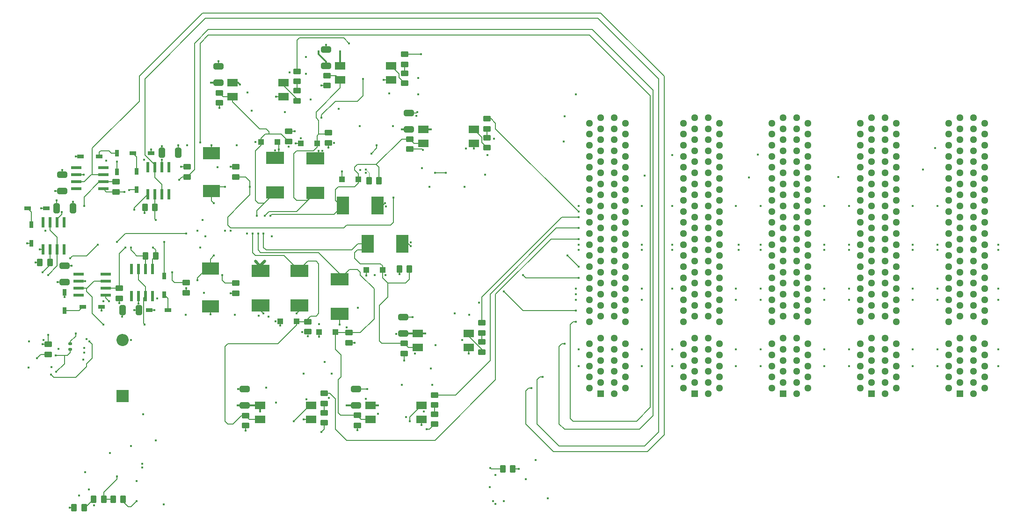
<source format=gbl>
%TF.GenerationSoftware,KiCad,Pcbnew,8.0.1*%
%TF.CreationDate,2024-04-16T18:19:40-05:00*%
%TF.ProjectId,Backplane,4261636b-706c-4616-9e65-2e6b69636164,rev?*%
%TF.SameCoordinates,Original*%
%TF.FileFunction,Copper,L4,Bot*%
%TF.FilePolarity,Positive*%
%FSLAX46Y46*%
G04 Gerber Fmt 4.6, Leading zero omitted, Abs format (unit mm)*
G04 Created by KiCad (PCBNEW 8.0.1) date 2024-04-16 18:19:40*
%MOMM*%
%LPD*%
G01*
G04 APERTURE LIST*
G04 Aperture macros list*
%AMRoundRect*
0 Rectangle with rounded corners*
0 $1 Rounding radius*
0 $2 $3 $4 $5 $6 $7 $8 $9 X,Y pos of 4 corners*
0 Add a 4 corners polygon primitive as box body*
4,1,4,$2,$3,$4,$5,$6,$7,$8,$9,$2,$3,0*
0 Add four circle primitives for the rounded corners*
1,1,$1+$1,$2,$3*
1,1,$1+$1,$4,$5*
1,1,$1+$1,$6,$7*
1,1,$1+$1,$8,$9*
0 Add four rect primitives between the rounded corners*
20,1,$1+$1,$2,$3,$4,$5,0*
20,1,$1+$1,$4,$5,$6,$7,0*
20,1,$1+$1,$6,$7,$8,$9,0*
20,1,$1+$1,$8,$9,$2,$3,0*%
G04 Aperture macros list end*
%TA.AperFunction,ComponentPad*%
%ADD10R,1.288000X1.288000*%
%TD*%
%TA.AperFunction,ComponentPad*%
%ADD11C,1.288000*%
%TD*%
%TA.AperFunction,ComponentPad*%
%ADD12R,2.200000X2.200000*%
%TD*%
%TA.AperFunction,ComponentPad*%
%ADD13O,2.200000X2.200000*%
%TD*%
%TA.AperFunction,SMDPad,CuDef*%
%ADD14R,1.955800X1.346200*%
%TD*%
%TA.AperFunction,SMDPad,CuDef*%
%ADD15RoundRect,0.250000X0.450000X-0.262500X0.450000X0.262500X-0.450000X0.262500X-0.450000X-0.262500X0*%
%TD*%
%TA.AperFunction,SMDPad,CuDef*%
%ADD16RoundRect,0.250000X-0.262500X-0.450000X0.262500X-0.450000X0.262500X0.450000X-0.262500X0.450000X0*%
%TD*%
%TA.AperFunction,SMDPad,CuDef*%
%ADD17R,3.120000X2.290000*%
%TD*%
%TA.AperFunction,SMDPad,CuDef*%
%ADD18RoundRect,0.250000X0.650000X-0.325000X0.650000X0.325000X-0.650000X0.325000X-0.650000X-0.325000X0*%
%TD*%
%TA.AperFunction,SMDPad,CuDef*%
%ADD19R,0.730000X1.210000*%
%TD*%
%TA.AperFunction,SMDPad,CuDef*%
%ADD20R,0.558800X1.981200*%
%TD*%
%TA.AperFunction,SMDPad,CuDef*%
%ADD21RoundRect,0.250000X-0.450000X0.262500X-0.450000X-0.262500X0.450000X-0.262500X0.450000X0.262500X0*%
%TD*%
%TA.AperFunction,SMDPad,CuDef*%
%ADD22RoundRect,0.250000X-0.325000X-0.650000X0.325000X-0.650000X0.325000X0.650000X-0.325000X0.650000X0*%
%TD*%
%TA.AperFunction,SMDPad,CuDef*%
%ADD23R,2.184400X3.200400*%
%TD*%
%TA.AperFunction,SMDPad,CuDef*%
%ADD24R,1.210000X0.730000*%
%TD*%
%TA.AperFunction,SMDPad,CuDef*%
%ADD25R,1.981200X0.558800*%
%TD*%
%TA.AperFunction,SMDPad,CuDef*%
%ADD26R,3.200400X2.184400*%
%TD*%
%TA.AperFunction,SMDPad,CuDef*%
%ADD27RoundRect,0.250000X-0.650000X0.325000X-0.650000X-0.325000X0.650000X-0.325000X0.650000X0.325000X0*%
%TD*%
%TA.AperFunction,SMDPad,CuDef*%
%ADD28R,1.092200X0.990600*%
%TD*%
%TA.AperFunction,SMDPad,CuDef*%
%ADD29RoundRect,0.250000X0.262500X0.450000X-0.262500X0.450000X-0.262500X-0.450000X0.262500X-0.450000X0*%
%TD*%
%TA.AperFunction,SMDPad,CuDef*%
%ADD30RoundRect,0.250000X0.325000X0.650000X-0.325000X0.650000X-0.325000X-0.650000X0.325000X-0.650000X0*%
%TD*%
%TA.AperFunction,SMDPad,CuDef*%
%ADD31RoundRect,0.135000X0.185000X-0.135000X0.185000X0.135000X-0.185000X0.135000X-0.185000X-0.135000X0*%
%TD*%
%TA.AperFunction,ViaPad*%
%ADD32C,0.450000*%
%TD*%
%TA.AperFunction,Conductor*%
%ADD33C,0.200000*%
%TD*%
%TA.AperFunction,Conductor*%
%ADD34C,0.150000*%
%TD*%
%TA.AperFunction,Conductor*%
%ADD35C,0.100000*%
%TD*%
%TA.AperFunction,Conductor*%
%ADD36C,0.300000*%
%TD*%
%TA.AperFunction,Conductor*%
%ADD37C,0.500000*%
%TD*%
G04 APERTURE END LIST*
D10*
X323500000Y-115000000D03*
D11*
X321500000Y-114000000D03*
X323500000Y-113000000D03*
X321500000Y-112000000D03*
X323500000Y-111000000D03*
X321500000Y-110000000D03*
X323500000Y-109000000D03*
X321500000Y-108000000D03*
X323500000Y-107000000D03*
X321500000Y-106000000D03*
X323500000Y-105000000D03*
X321500000Y-102000000D03*
X323500000Y-101000000D03*
X321500000Y-100000000D03*
X323500000Y-99000000D03*
X321500000Y-98000000D03*
X323500000Y-97000000D03*
X321500000Y-96000000D03*
X323500000Y-95000000D03*
X321500000Y-94000000D03*
X323500000Y-93000000D03*
X321500000Y-92000000D03*
X323500000Y-91000000D03*
X321500000Y-90000000D03*
X323500000Y-89000000D03*
X321500000Y-88000000D03*
X323500000Y-87000000D03*
X321500000Y-86000000D03*
X323500000Y-85000000D03*
X321500000Y-84000000D03*
X323500000Y-83000000D03*
X321500000Y-82000000D03*
X323500000Y-81000000D03*
X321500000Y-80000000D03*
X323500000Y-79000000D03*
X321500000Y-78000000D03*
X323500000Y-77000000D03*
X321500000Y-76000000D03*
X323500000Y-75000000D03*
X321500000Y-74000000D03*
X323500000Y-73000000D03*
X321500000Y-72000000D03*
X323500000Y-71000000D03*
X321500000Y-70000000D03*
X323500000Y-69000000D03*
X321500000Y-68000000D03*
X323500000Y-67000000D03*
X321500000Y-66000000D03*
X323500000Y-65000000D03*
X326000000Y-115000000D03*
X328000000Y-114000000D03*
X326000000Y-113000000D03*
X328000000Y-112000000D03*
X326000000Y-111000000D03*
X328000000Y-110000000D03*
X326000000Y-109000000D03*
X328000000Y-108000000D03*
X326000000Y-107000000D03*
X328000000Y-106000000D03*
X326000000Y-105000000D03*
X328000000Y-102000000D03*
X326000000Y-101000000D03*
X328000000Y-100000000D03*
X326000000Y-99000000D03*
X328000000Y-98000000D03*
X326000000Y-97000000D03*
X328000000Y-96000000D03*
X326000000Y-95000000D03*
X328000000Y-94000000D03*
X326000000Y-93000000D03*
X328000000Y-92000000D03*
X326000000Y-91000000D03*
X328000000Y-90000000D03*
X326000000Y-89000000D03*
X328000000Y-88000000D03*
X326000000Y-87000000D03*
X328000000Y-86000000D03*
X326000000Y-85000000D03*
X328000000Y-84000000D03*
X326000000Y-83000000D03*
X328000000Y-82000000D03*
X326000000Y-81000000D03*
X328000000Y-80000000D03*
X326000000Y-79000000D03*
X328000000Y-78000000D03*
X326000000Y-77000000D03*
X328000000Y-76000000D03*
X326000000Y-75000000D03*
X328000000Y-74000000D03*
X326000000Y-73000000D03*
X328000000Y-72000000D03*
X326000000Y-71000000D03*
X328000000Y-70000000D03*
X326000000Y-69000000D03*
X328000000Y-68000000D03*
X326000000Y-67000000D03*
X328000000Y-66000000D03*
X326000000Y-65000000D03*
D10*
X258500000Y-115000000D03*
D11*
X256500000Y-114000000D03*
X258500000Y-113000000D03*
X256500000Y-112000000D03*
X258500000Y-111000000D03*
X256500000Y-110000000D03*
X258500000Y-109000000D03*
X256500000Y-108000000D03*
X258500000Y-107000000D03*
X256500000Y-106000000D03*
X258500000Y-105000000D03*
X256500000Y-102000000D03*
X258500000Y-101000000D03*
X256500000Y-100000000D03*
X258500000Y-99000000D03*
X256500000Y-98000000D03*
X258500000Y-97000000D03*
X256500000Y-96000000D03*
X258500000Y-95000000D03*
X256500000Y-94000000D03*
X258500000Y-93000000D03*
X256500000Y-92000000D03*
X258500000Y-91000000D03*
X256500000Y-90000000D03*
X258500000Y-89000000D03*
X256500000Y-88000000D03*
X258500000Y-87000000D03*
X256500000Y-86000000D03*
X258500000Y-85000000D03*
X256500000Y-84000000D03*
X258500000Y-83000000D03*
X256500000Y-82000000D03*
X258500000Y-81000000D03*
X256500000Y-80000000D03*
X258500000Y-79000000D03*
X256500000Y-78000000D03*
X258500000Y-77000000D03*
X256500000Y-76000000D03*
X258500000Y-75000000D03*
X256500000Y-74000000D03*
X258500000Y-73000000D03*
X256500000Y-72000000D03*
X258500000Y-71000000D03*
X256500000Y-70000000D03*
X258500000Y-69000000D03*
X256500000Y-68000000D03*
X258500000Y-67000000D03*
X256500000Y-66000000D03*
X258500000Y-65000000D03*
X261000000Y-115000000D03*
X263000000Y-114000000D03*
X261000000Y-113000000D03*
X263000000Y-112000000D03*
X261000000Y-111000000D03*
X263000000Y-110000000D03*
X261000000Y-109000000D03*
X263000000Y-108000000D03*
X261000000Y-107000000D03*
X263000000Y-106000000D03*
X261000000Y-105000000D03*
X263000000Y-102000000D03*
X261000000Y-101000000D03*
X263000000Y-100000000D03*
X261000000Y-99000000D03*
X263000000Y-98000000D03*
X261000000Y-97000000D03*
X263000000Y-96000000D03*
X261000000Y-95000000D03*
X263000000Y-94000000D03*
X261000000Y-93000000D03*
X263000000Y-92000000D03*
X261000000Y-91000000D03*
X263000000Y-90000000D03*
X261000000Y-89000000D03*
X263000000Y-88000000D03*
X261000000Y-87000000D03*
X263000000Y-86000000D03*
X261000000Y-85000000D03*
X263000000Y-84000000D03*
X261000000Y-83000000D03*
X263000000Y-82000000D03*
X261000000Y-81000000D03*
X263000000Y-80000000D03*
X261000000Y-79000000D03*
X263000000Y-78000000D03*
X261000000Y-77000000D03*
X263000000Y-76000000D03*
X261000000Y-75000000D03*
X263000000Y-74000000D03*
X261000000Y-73000000D03*
X263000000Y-72000000D03*
X261000000Y-71000000D03*
X263000000Y-70000000D03*
X261000000Y-69000000D03*
X263000000Y-68000000D03*
X261000000Y-67000000D03*
X263000000Y-66000000D03*
X261000000Y-65000000D03*
D10*
X275500000Y-115000000D03*
D11*
X273500000Y-114000000D03*
X275500000Y-113000000D03*
X273500000Y-112000000D03*
X275500000Y-111000000D03*
X273500000Y-110000000D03*
X275500000Y-109000000D03*
X273500000Y-108000000D03*
X275500000Y-107000000D03*
X273500000Y-106000000D03*
X275500000Y-105000000D03*
X273500000Y-102000000D03*
X275500000Y-101000000D03*
X273500000Y-100000000D03*
X275500000Y-99000000D03*
X273500000Y-98000000D03*
X275500000Y-97000000D03*
X273500000Y-96000000D03*
X275500000Y-95000000D03*
X273500000Y-94000000D03*
X275500000Y-93000000D03*
X273500000Y-92000000D03*
X275500000Y-91000000D03*
X273500000Y-90000000D03*
X275500000Y-89000000D03*
X273500000Y-88000000D03*
X275500000Y-87000000D03*
X273500000Y-86000000D03*
X275500000Y-85000000D03*
X273500000Y-84000000D03*
X275500000Y-83000000D03*
X273500000Y-82000000D03*
X275500000Y-81000000D03*
X273500000Y-80000000D03*
X275500000Y-79000000D03*
X273500000Y-78000000D03*
X275500000Y-77000000D03*
X273500000Y-76000000D03*
X275500000Y-75000000D03*
X273500000Y-74000000D03*
X275500000Y-73000000D03*
X273500000Y-72000000D03*
X275500000Y-71000000D03*
X273500000Y-70000000D03*
X275500000Y-69000000D03*
X273500000Y-68000000D03*
X275500000Y-67000000D03*
X273500000Y-66000000D03*
X275500000Y-65000000D03*
X278000000Y-115000000D03*
X280000000Y-114000000D03*
X278000000Y-113000000D03*
X280000000Y-112000000D03*
X278000000Y-111000000D03*
X280000000Y-110000000D03*
X278000000Y-109000000D03*
X280000000Y-108000000D03*
X278000000Y-107000000D03*
X280000000Y-106000000D03*
X278000000Y-105000000D03*
X280000000Y-102000000D03*
X278000000Y-101000000D03*
X280000000Y-100000000D03*
X278000000Y-99000000D03*
X280000000Y-98000000D03*
X278000000Y-97000000D03*
X280000000Y-96000000D03*
X278000000Y-95000000D03*
X280000000Y-94000000D03*
X278000000Y-93000000D03*
X280000000Y-92000000D03*
X278000000Y-91000000D03*
X280000000Y-90000000D03*
X278000000Y-89000000D03*
X280000000Y-88000000D03*
X278000000Y-87000000D03*
X280000000Y-86000000D03*
X278000000Y-85000000D03*
X280000000Y-84000000D03*
X278000000Y-83000000D03*
X280000000Y-82000000D03*
X278000000Y-81000000D03*
X280000000Y-80000000D03*
X278000000Y-79000000D03*
X280000000Y-78000000D03*
X278000000Y-77000000D03*
X280000000Y-76000000D03*
X278000000Y-75000000D03*
X280000000Y-74000000D03*
X278000000Y-73000000D03*
X280000000Y-72000000D03*
X278000000Y-71000000D03*
X280000000Y-70000000D03*
X278000000Y-69000000D03*
X280000000Y-68000000D03*
X278000000Y-67000000D03*
X280000000Y-66000000D03*
X278000000Y-65000000D03*
D10*
X307500000Y-115000000D03*
D11*
X305500000Y-114000000D03*
X307500000Y-113000000D03*
X305500000Y-112000000D03*
X307500000Y-111000000D03*
X305500000Y-110000000D03*
X307500000Y-109000000D03*
X305500000Y-108000000D03*
X307500000Y-107000000D03*
X305500000Y-106000000D03*
X307500000Y-105000000D03*
X305500000Y-102000000D03*
X307500000Y-101000000D03*
X305500000Y-100000000D03*
X307500000Y-99000000D03*
X305500000Y-98000000D03*
X307500000Y-97000000D03*
X305500000Y-96000000D03*
X307500000Y-95000000D03*
X305500000Y-94000000D03*
X307500000Y-93000000D03*
X305500000Y-92000000D03*
X307500000Y-91000000D03*
X305500000Y-90000000D03*
X307500000Y-89000000D03*
X305500000Y-88000000D03*
X307500000Y-87000000D03*
X305500000Y-86000000D03*
X307500000Y-85000000D03*
X305500000Y-84000000D03*
X307500000Y-83000000D03*
X305500000Y-82000000D03*
X307500000Y-81000000D03*
X305500000Y-80000000D03*
X307500000Y-79000000D03*
X305500000Y-78000000D03*
X307500000Y-77000000D03*
X305500000Y-76000000D03*
X307500000Y-75000000D03*
X305500000Y-74000000D03*
X307500000Y-73000000D03*
X305500000Y-72000000D03*
X307500000Y-71000000D03*
X305500000Y-70000000D03*
X307500000Y-69000000D03*
X305500000Y-68000000D03*
X307500000Y-67000000D03*
X305500000Y-66000000D03*
X307500000Y-65000000D03*
X310000000Y-115000000D03*
X312000000Y-114000000D03*
X310000000Y-113000000D03*
X312000000Y-112000000D03*
X310000000Y-111000000D03*
X312000000Y-110000000D03*
X310000000Y-109000000D03*
X312000000Y-108000000D03*
X310000000Y-107000000D03*
X312000000Y-106000000D03*
X310000000Y-105000000D03*
X312000000Y-102000000D03*
X310000000Y-101000000D03*
X312000000Y-100000000D03*
X310000000Y-99000000D03*
X312000000Y-98000000D03*
X310000000Y-97000000D03*
X312000000Y-96000000D03*
X310000000Y-95000000D03*
X312000000Y-94000000D03*
X310000000Y-93000000D03*
X312000000Y-92000000D03*
X310000000Y-91000000D03*
X312000000Y-90000000D03*
X310000000Y-89000000D03*
X312000000Y-88000000D03*
X310000000Y-87000000D03*
X312000000Y-86000000D03*
X310000000Y-85000000D03*
X312000000Y-84000000D03*
X310000000Y-83000000D03*
X312000000Y-82000000D03*
X310000000Y-81000000D03*
X312000000Y-80000000D03*
X310000000Y-79000000D03*
X312000000Y-78000000D03*
X310000000Y-77000000D03*
X312000000Y-76000000D03*
X310000000Y-75000000D03*
X312000000Y-74000000D03*
X310000000Y-73000000D03*
X312000000Y-72000000D03*
X310000000Y-71000000D03*
X312000000Y-70000000D03*
X310000000Y-69000000D03*
X312000000Y-68000000D03*
X310000000Y-67000000D03*
X312000000Y-66000000D03*
X310000000Y-65000000D03*
D10*
X291500000Y-115000000D03*
D11*
X289500000Y-114000000D03*
X291500000Y-113000000D03*
X289500000Y-112000000D03*
X291500000Y-111000000D03*
X289500000Y-110000000D03*
X291500000Y-109000000D03*
X289500000Y-108000000D03*
X291500000Y-107000000D03*
X289500000Y-106000000D03*
X291500000Y-105000000D03*
X289500000Y-102000000D03*
X291500000Y-101000000D03*
X289500000Y-100000000D03*
X291500000Y-99000000D03*
X289500000Y-98000000D03*
X291500000Y-97000000D03*
X289500000Y-96000000D03*
X291500000Y-95000000D03*
X289500000Y-94000000D03*
X291500000Y-93000000D03*
X289500000Y-92000000D03*
X291500000Y-91000000D03*
X289500000Y-90000000D03*
X291500000Y-89000000D03*
X289500000Y-88000000D03*
X291500000Y-87000000D03*
X289500000Y-86000000D03*
X291500000Y-85000000D03*
X289500000Y-84000000D03*
X291500000Y-83000000D03*
X289500000Y-82000000D03*
X291500000Y-81000000D03*
X289500000Y-80000000D03*
X291500000Y-79000000D03*
X289500000Y-78000000D03*
X291500000Y-77000000D03*
X289500000Y-76000000D03*
X291500000Y-75000000D03*
X289500000Y-74000000D03*
X291500000Y-73000000D03*
X289500000Y-72000000D03*
X291500000Y-71000000D03*
X289500000Y-70000000D03*
X291500000Y-69000000D03*
X289500000Y-68000000D03*
X291500000Y-67000000D03*
X289500000Y-66000000D03*
X291500000Y-65000000D03*
X294000000Y-115000000D03*
X296000000Y-114000000D03*
X294000000Y-113000000D03*
X296000000Y-112000000D03*
X294000000Y-111000000D03*
X296000000Y-110000000D03*
X294000000Y-109000000D03*
X296000000Y-108000000D03*
X294000000Y-107000000D03*
X296000000Y-106000000D03*
X294000000Y-105000000D03*
X296000000Y-102000000D03*
X294000000Y-101000000D03*
X296000000Y-100000000D03*
X294000000Y-99000000D03*
X296000000Y-98000000D03*
X294000000Y-97000000D03*
X296000000Y-96000000D03*
X294000000Y-95000000D03*
X296000000Y-94000000D03*
X294000000Y-93000000D03*
X296000000Y-92000000D03*
X294000000Y-91000000D03*
X296000000Y-90000000D03*
X294000000Y-89000000D03*
X296000000Y-88000000D03*
X294000000Y-87000000D03*
X296000000Y-86000000D03*
X294000000Y-85000000D03*
X296000000Y-84000000D03*
X294000000Y-83000000D03*
X296000000Y-82000000D03*
X294000000Y-81000000D03*
X296000000Y-80000000D03*
X294000000Y-79000000D03*
X296000000Y-78000000D03*
X294000000Y-77000000D03*
X296000000Y-76000000D03*
X294000000Y-75000000D03*
X296000000Y-74000000D03*
X294000000Y-73000000D03*
X296000000Y-72000000D03*
X294000000Y-71000000D03*
X296000000Y-70000000D03*
X294000000Y-69000000D03*
X296000000Y-68000000D03*
X294000000Y-67000000D03*
X296000000Y-66000000D03*
X294000000Y-65000000D03*
D12*
X172000000Y-115500000D03*
D13*
X172000000Y-105340000D03*
D14*
X201110101Y-58629999D03*
X201110101Y-61169999D03*
X191889901Y-61169999D03*
X191889901Y-58629999D03*
D15*
X237963098Y-70454999D03*
X237963098Y-68629999D03*
D16*
X216587501Y-76399999D03*
X218412501Y-76399999D03*
D17*
X187860404Y-99244397D03*
X187860404Y-92384397D03*
D18*
X222824034Y-104141695D03*
X222824034Y-101191695D03*
D16*
X157022528Y-91244660D03*
X158847528Y-91244660D03*
D15*
X237009453Y-107462544D03*
X237009453Y-105637544D03*
D19*
X174500001Y-74719999D03*
X174500001Y-78079999D03*
D20*
X161405001Y-88863799D03*
X160135001Y-88863799D03*
X158865001Y-88863799D03*
X157595001Y-88863799D03*
X157595001Y-83936199D03*
X158865001Y-83936199D03*
X160135001Y-83936199D03*
X161405001Y-83936199D03*
D19*
X170992247Y-74827096D03*
X170992247Y-71467096D03*
D15*
X223000001Y-55312499D03*
X223000001Y-53487499D03*
X222975069Y-107718259D03*
X222975069Y-105893259D03*
D14*
X235610101Y-67129999D03*
X235610101Y-69669999D03*
X226389901Y-69669999D03*
X226389901Y-67129999D03*
D15*
X205500001Y-103812499D03*
X205500001Y-101987499D03*
D16*
X222087501Y-92399999D03*
X223912501Y-92399999D03*
D21*
X202000001Y-67487499D03*
X202000001Y-69312499D03*
D15*
X209270325Y-69558957D03*
X209270325Y-67733957D03*
D19*
X155500001Y-84399999D03*
X155500001Y-87759999D03*
D22*
X179135286Y-71345528D03*
X182085286Y-71345528D03*
D15*
X158500000Y-107902500D03*
X158500000Y-106077500D03*
D20*
X173595001Y-92436199D03*
X174865001Y-92436199D03*
X176135001Y-92436199D03*
X177405001Y-92436199D03*
X177405001Y-97363799D03*
X176135001Y-97363799D03*
X174865001Y-97363799D03*
X173595001Y-97363799D03*
D21*
X183680001Y-73899999D03*
X183680001Y-75724999D03*
D15*
X170837129Y-78454475D03*
X170837129Y-76629475D03*
D23*
X216375801Y-87899999D03*
X222624201Y-87899999D03*
D15*
X213000001Y-105812499D03*
X213000001Y-103987499D03*
D24*
X177180001Y-71399999D03*
X173820001Y-71399999D03*
X167716201Y-71994999D03*
X164356201Y-71994999D03*
D25*
X168963801Y-93399999D03*
X168963801Y-94669999D03*
X168963801Y-95939999D03*
X168963801Y-97209999D03*
X164036201Y-97209999D03*
X164036201Y-95939999D03*
X164036201Y-94669999D03*
X164036201Y-93399999D03*
D18*
X161500001Y-94779999D03*
X161500001Y-91829999D03*
D15*
X228481375Y-120573255D03*
X228481375Y-118748255D03*
D26*
X199558728Y-78566143D03*
X199558728Y-72317743D03*
D16*
X170249488Y-134152359D03*
X172074488Y-134152359D03*
D18*
X208805649Y-55622331D03*
X208805649Y-52672331D03*
D15*
X237018451Y-103992157D03*
X237018451Y-102167157D03*
D25*
X168500001Y-74089999D03*
X168500001Y-75359999D03*
X168500001Y-76629999D03*
X168500001Y-77899999D03*
X163572401Y-77899999D03*
X163572401Y-76629999D03*
X163572401Y-75359999D03*
X163572401Y-74089999D03*
D26*
X206853470Y-78615556D03*
X206853470Y-72367156D03*
D27*
X161021549Y-75367903D03*
X161021549Y-78317903D03*
D19*
X161500001Y-96624999D03*
X161500001Y-99984999D03*
D28*
X219030366Y-92571494D03*
X216083966Y-92571494D03*
D29*
X177987760Y-90063992D03*
X176162760Y-90063992D03*
D28*
X214634566Y-76169550D03*
X211688166Y-76169550D03*
D15*
X228481375Y-117094088D03*
X228481375Y-115269088D03*
X203557327Y-58425495D03*
X203557327Y-56600495D03*
D26*
X197000001Y-92775799D03*
X197000001Y-99024199D03*
D17*
X188099616Y-71464622D03*
X188099616Y-78324622D03*
D23*
X211875801Y-80899999D03*
X218124201Y-80899999D03*
D24*
X176798022Y-99845527D03*
X180158022Y-99845527D03*
D14*
X226110101Y-117129999D03*
X226110101Y-119669999D03*
X216889901Y-119669999D03*
X216889901Y-117129999D03*
D15*
X208500001Y-120312499D03*
X208500001Y-118487499D03*
D18*
X194042016Y-117148523D03*
X194042016Y-114198523D03*
D30*
X174975001Y-99899999D03*
X172025001Y-99899999D03*
D31*
X162500000Y-107000000D03*
X162500000Y-105980000D03*
D20*
X180405001Y-78863799D03*
X179135001Y-78863799D03*
X177865001Y-78863799D03*
X176595001Y-78863799D03*
X176595001Y-73936199D03*
X177865001Y-73936199D03*
X179135001Y-73936199D03*
X180405001Y-73936199D03*
D15*
X208500001Y-116812499D03*
X208500001Y-114987499D03*
D16*
X163195032Y-135696515D03*
X165020032Y-135696515D03*
D15*
X223013660Y-58759518D03*
X223013660Y-56934518D03*
X237967326Y-67007126D03*
X237967326Y-65182126D03*
D18*
X223768679Y-67132901D03*
X223768679Y-64182901D03*
D15*
X203557327Y-61916182D03*
X203557327Y-60091182D03*
D24*
X158180001Y-81399999D03*
X154820001Y-81399999D03*
D29*
X242603372Y-128694182D03*
X240778372Y-128694182D03*
D15*
X194284402Y-120812499D03*
X194284402Y-118987499D03*
D28*
X210473201Y-103899999D03*
X207526801Y-103899999D03*
D14*
X234610101Y-104129999D03*
X234610101Y-106669999D03*
X225389901Y-106669999D03*
X225389901Y-104129999D03*
D22*
X160025001Y-81399999D03*
X162975001Y-81399999D03*
D15*
X171367739Y-97764136D03*
X171367739Y-95939136D03*
D26*
X211254190Y-94269128D03*
X211254190Y-100517528D03*
D15*
X208981514Y-59167079D03*
X208981514Y-57342079D03*
D28*
X203473201Y-101899999D03*
X200526801Y-101899999D03*
D15*
X214474753Y-120794170D03*
X214474753Y-118969170D03*
D26*
X204000001Y-92775799D03*
X204000001Y-99024199D03*
D18*
X189304085Y-58608534D03*
X189304085Y-55658534D03*
D28*
X207206982Y-69662111D03*
X204260582Y-69662111D03*
D15*
X183500001Y-96724999D03*
X183500001Y-94899999D03*
X192500001Y-96812499D03*
X192500001Y-94987499D03*
D16*
X166774916Y-134130563D03*
X168599916Y-134130563D03*
D19*
X179500001Y-97079999D03*
X179500001Y-93719999D03*
D14*
X220610101Y-55629999D03*
X220610101Y-58169999D03*
X211389901Y-58169999D03*
X211389901Y-55629999D03*
D21*
X192500001Y-73899999D03*
X192500001Y-75724999D03*
D15*
X223949686Y-70703074D03*
X223949686Y-68878074D03*
D24*
X164820001Y-99304999D03*
X168180001Y-99304999D03*
D15*
X189500001Y-62312499D03*
X189500001Y-60487499D03*
D14*
X206110101Y-117129999D03*
X206110101Y-119669999D03*
X196889901Y-119669999D03*
X196889901Y-117129999D03*
D18*
X214221304Y-117177145D03*
X214221304Y-114227145D03*
D16*
X176040356Y-81263277D03*
X177865356Y-81263277D03*
D28*
X197026801Y-69399999D03*
X199973201Y-69399999D03*
D32*
X179452466Y-135120873D03*
X216083966Y-93583966D03*
X243694182Y-128694182D03*
X287500000Y-98000000D03*
X299000000Y-88000000D03*
X183680001Y-70000000D03*
X157250000Y-81399999D03*
X200526801Y-102715463D03*
X211688166Y-74750000D03*
X187000000Y-86500000D03*
X164885396Y-108848213D03*
X254500000Y-89000000D03*
X216250000Y-114227145D03*
X225125000Y-64625000D03*
X299000000Y-81000000D03*
X175500000Y-127749999D03*
X319047203Y-70500000D03*
X209272590Y-70426012D03*
X303500000Y-88000000D03*
X299000000Y-98000000D03*
X287500000Y-96000000D03*
X214539890Y-99488199D03*
X266000000Y-81000000D03*
X191500000Y-85506052D03*
X235610101Y-70610101D03*
X199548697Y-70950837D03*
X203113108Y-67487168D03*
X188099616Y-70000000D03*
X315000000Y-98000000D03*
X271500000Y-88000000D03*
X219625000Y-81125000D03*
X176000000Y-82250000D03*
X216000000Y-74370997D03*
X198000000Y-113939999D03*
X155000000Y-110303799D03*
X221500000Y-104169999D03*
X271500000Y-71750000D03*
X196049940Y-69394886D03*
X220900001Y-66500000D03*
X233410551Y-105306679D03*
X226169999Y-74169999D03*
X190500000Y-85500000D03*
X211125000Y-63375000D03*
X303500000Y-81000000D03*
X217581771Y-93545794D03*
X219587501Y-93500000D03*
X161500001Y-97500000D03*
X330500000Y-89000000D03*
X208805649Y-51750000D03*
X191500000Y-96812499D03*
X156250000Y-91244660D03*
X239250000Y-68821762D03*
X175875000Y-72625000D03*
X266000000Y-89000000D03*
X266000000Y-96000000D03*
X299000000Y-96000000D03*
X225500000Y-57819455D03*
X219500000Y-80500000D03*
X271500000Y-96000000D03*
X186750000Y-96726897D03*
X177180001Y-70750000D03*
X283000000Y-110000000D03*
X177500000Y-88500000D03*
X319500000Y-88000000D03*
X165855561Y-132355561D03*
X205293462Y-116037966D03*
X207500000Y-71000000D03*
X194603211Y-60439999D03*
X215000000Y-74500000D03*
X224118128Y-88271365D03*
X254500000Y-107000000D03*
X238446386Y-132005362D03*
X187860404Y-100639596D03*
X204521326Y-103820019D03*
X266000000Y-107000000D03*
X205133387Y-54000000D03*
X186000000Y-88500000D03*
X199750000Y-61169999D03*
X199678667Y-101899999D03*
X158025115Y-85474886D03*
X171394196Y-98634378D03*
X204265642Y-68750000D03*
X287500000Y-107000000D03*
X319500000Y-98000000D03*
X159750000Y-78317903D03*
X159150000Y-110240002D03*
X330500000Y-88000000D03*
X299000000Y-89000000D03*
X254000000Y-96000000D03*
X248948932Y-134000000D03*
X216000000Y-115939999D03*
X189500001Y-63250000D03*
X182576450Y-73899999D03*
X266000000Y-110000000D03*
X201400001Y-64000000D03*
X208129003Y-71000000D03*
X214000000Y-105812499D03*
X189185678Y-73982122D03*
X183455001Y-100750000D03*
X173500000Y-105340000D03*
X254500000Y-88000000D03*
X330500000Y-110000000D03*
X315000000Y-107000000D03*
X266000000Y-88000000D03*
X222975069Y-109024931D03*
X224900001Y-107750000D03*
X254500000Y-110000000D03*
X165063294Y-106773835D03*
X283500000Y-89000000D03*
X165225000Y-129250000D03*
X237563328Y-75314826D03*
X227750000Y-110439347D03*
X202000001Y-70231714D03*
X303500000Y-89000000D03*
X189304085Y-54750000D03*
X225296136Y-64019726D03*
X192680494Y-69976831D03*
X283000000Y-107000000D03*
X319500000Y-89000000D03*
X236500000Y-98500000D03*
X203333720Y-69662426D03*
X169000001Y-72750000D03*
X216000000Y-75000000D03*
X169500000Y-98250000D03*
X254500000Y-81000000D03*
X233900001Y-77500000D03*
X174500000Y-130840634D03*
X186500000Y-83500000D03*
X287500000Y-110000000D03*
X271500000Y-81000000D03*
X175500000Y-128400000D03*
X287500000Y-88000000D03*
X192874464Y-114202100D03*
X224500000Y-101191695D03*
X239500000Y-135000000D03*
X226321751Y-70810235D03*
X194500000Y-86000000D03*
X330500000Y-107000000D03*
X200250000Y-70750000D03*
X319500000Y-96000000D03*
X283000000Y-81000000D03*
X315000000Y-96000000D03*
X209313561Y-115822818D03*
X285366002Y-75866002D03*
X301500000Y-75750000D03*
X185500000Y-85500000D03*
X319500000Y-107000000D03*
X162975001Y-80225426D03*
X168500000Y-98250000D03*
X208000000Y-59167079D03*
X207541776Y-102432064D03*
X319500000Y-81000000D03*
X234610101Y-107750000D03*
X316875000Y-74375000D03*
X287500000Y-89000000D03*
X287000000Y-71676564D03*
X194284402Y-121715598D03*
X157000000Y-88863799D03*
X315000000Y-81000000D03*
X251999999Y-64726825D03*
X303500000Y-98000000D03*
X174104400Y-81638199D03*
X207526801Y-104750000D03*
X160392078Y-106913001D03*
X191500000Y-73899999D03*
X315000000Y-110000000D03*
X192275001Y-100724999D03*
X199000000Y-86500000D03*
X330500000Y-96000000D03*
X196587501Y-100912499D03*
X315000000Y-88000000D03*
X183500000Y-95942355D03*
X287500000Y-81000000D03*
X303500000Y-96000000D03*
X204773246Y-119672933D03*
X208542967Y-109322474D03*
X224125000Y-87625000D03*
X210250000Y-69556362D03*
X283000000Y-98000000D03*
X283000000Y-96000000D03*
X205500001Y-104615024D03*
X254000000Y-60750000D03*
X162386987Y-135696515D03*
X271500000Y-107000000D03*
X246750000Y-127038860D03*
X197500000Y-100500000D03*
X283500000Y-88000000D03*
X222083744Y-93403831D03*
X171937777Y-101062223D03*
X211250000Y-102500000D03*
X266000000Y-98000000D03*
X219250000Y-58169999D03*
X178250000Y-97750000D03*
X271500000Y-110000000D03*
X254000000Y-98000000D03*
X239491148Y-129758852D03*
X271500000Y-89000000D03*
X330500000Y-98000000D03*
X303500000Y-107000000D03*
X226110101Y-120750000D03*
X206000000Y-61724999D03*
X164129022Y-133500000D03*
X162750000Y-91829999D03*
X251844348Y-69344348D03*
X315000000Y-89000000D03*
X203500000Y-100500000D03*
X182081953Y-70000000D03*
X214474753Y-121600466D03*
X319500000Y-110000000D03*
X171000000Y-73000000D03*
X299000000Y-107000000D03*
X172285700Y-78500000D03*
X223289901Y-119250000D03*
X299000000Y-110000000D03*
X212500000Y-103000000D03*
X303500000Y-110000000D03*
X226500000Y-118250000D03*
X266500000Y-75500000D03*
X177750000Y-99845527D03*
X239000000Y-134500000D03*
X164999999Y-107590001D03*
X165499999Y-105090001D03*
X254000000Y-97000000D03*
X166787753Y-135250000D03*
X241000000Y-134500000D03*
X254000000Y-100000000D03*
X241000000Y-96500000D03*
X195000000Y-77500000D03*
X221000000Y-79500000D03*
X211389901Y-53000000D03*
X175750000Y-118798145D03*
X228600001Y-106250000D03*
X169734538Y-125796383D03*
X212509404Y-117173418D03*
X196000000Y-91000000D03*
X227541189Y-77541189D03*
X196883326Y-118239829D03*
X218250000Y-118669999D03*
X173500000Y-124500000D03*
X207500000Y-53000000D03*
X192851477Y-117148523D03*
X218250000Y-117129999D03*
X195384042Y-63750000D03*
X197750000Y-91000000D03*
X222500000Y-67132901D03*
X214900001Y-66500000D03*
X198412501Y-101087499D03*
X178000000Y-123500000D03*
X193250000Y-59000000D03*
X188000000Y-58608534D03*
X226750000Y-104129999D03*
X227750000Y-67129999D03*
X199750000Y-116669999D03*
X171000000Y-130000000D03*
X190000000Y-93500000D03*
X238500000Y-128500000D03*
X159999999Y-111090001D03*
X159885934Y-108115582D03*
X165999999Y-105590001D03*
X158999999Y-111590001D03*
X208000000Y-65000000D03*
X215500000Y-58000000D03*
X217000000Y-71500000D03*
X218000000Y-70000000D03*
X195500000Y-86000000D03*
X228500000Y-75000000D03*
X230500000Y-75000000D03*
X198750000Y-82750000D03*
X196250000Y-82750000D03*
X196500000Y-86000000D03*
X197750000Y-82750000D03*
X197500000Y-86000000D03*
X202250000Y-56750000D03*
X232110101Y-100500000D03*
X205133387Y-57000000D03*
X225500000Y-60769455D03*
X238000000Y-71771762D03*
X234110101Y-70610101D03*
X244939386Y-130560614D03*
X222500000Y-113399999D03*
X209869992Y-111369992D03*
X228000000Y-113389347D03*
X234732791Y-100750000D03*
X204750000Y-111399999D03*
X220250000Y-60629999D03*
X176000000Y-102500000D03*
X158500000Y-93500000D03*
X244500000Y-93500000D03*
X254500000Y-94000000D03*
X168500000Y-102500000D03*
X252500000Y-90000000D03*
X254500000Y-92000000D03*
X246000000Y-114000000D03*
X248000000Y-112000000D03*
X254500000Y-87000000D03*
X213000000Y-51500000D03*
X254500000Y-85000000D03*
X226000000Y-53500000D03*
X254500000Y-83000000D03*
X254500000Y-82000000D03*
X160025001Y-80025001D03*
X160250000Y-94779999D03*
X174112690Y-99893797D03*
X164969756Y-75346779D03*
X154740001Y-87759999D03*
X161000000Y-82114299D03*
X168180001Y-100000000D03*
X155010558Y-105595030D03*
X165250000Y-94669999D03*
X174865537Y-98708380D03*
X161021549Y-74500000D03*
X157500000Y-106077500D03*
X157711250Y-105288750D03*
X163500000Y-72000000D03*
X179135286Y-70135286D03*
X173141022Y-78099672D03*
X179138032Y-72651687D03*
X179500000Y-87500000D03*
X158500000Y-104406360D03*
X162500000Y-90500000D03*
X157500000Y-93000000D03*
X167500000Y-88000000D03*
X165000000Y-81000000D03*
X183500000Y-86000000D03*
X171000000Y-87500000D03*
X172500000Y-88500000D03*
X178000000Y-83500000D03*
X173500000Y-88500000D03*
X156499999Y-108590001D03*
X163499999Y-104090001D03*
X227000000Y-121500000D03*
X224000000Y-120000000D03*
X208000000Y-122000000D03*
X203000000Y-120000000D03*
X174500000Y-134500000D03*
X252000000Y-106000000D03*
X182250000Y-76250000D03*
X181000000Y-93000000D03*
X188500000Y-90000000D03*
X185500000Y-94500000D03*
X186000000Y-69500000D03*
X188500000Y-80500000D03*
X190500000Y-77500000D03*
X254000000Y-102000000D03*
D33*
X203334035Y-69662111D02*
X204260582Y-69662111D01*
X171000000Y-73000000D02*
X170992247Y-73007753D01*
X235610101Y-70610101D02*
X235610101Y-69669999D01*
X157250000Y-81399999D02*
X158180001Y-81399999D01*
X211250000Y-100521718D02*
X211254190Y-100517528D01*
X169054477Y-78454475D02*
X168500001Y-77899999D01*
X243694182Y-128694182D02*
X242603372Y-128694182D01*
X219100001Y-80899999D02*
X218124201Y-80899999D01*
X162750000Y-91829999D02*
X161500001Y-91829999D01*
X203500000Y-100500000D02*
X204000001Y-99999999D01*
X189500001Y-63250000D02*
X189500001Y-62312499D01*
X183500000Y-95942355D02*
X183500001Y-95942356D01*
X177405001Y-92436199D02*
X177405001Y-90646751D01*
X207500000Y-71720626D02*
X206853470Y-72367156D01*
X177500000Y-88500000D02*
X177987760Y-88987760D01*
X216083966Y-93583966D02*
X216083966Y-92571494D01*
X200250000Y-70750000D02*
X200250000Y-69676798D01*
D34*
X214000000Y-105812499D02*
X213000001Y-105812499D01*
D33*
X159750000Y-78317903D02*
X161021549Y-78317903D01*
X171937777Y-101062223D02*
X172025001Y-100974999D01*
X188099616Y-70000000D02*
X188099616Y-71464622D01*
X182576450Y-73899999D02*
X183680001Y-73899999D01*
X197500000Y-100500000D02*
X196996000Y-99996000D01*
X187860404Y-100639596D02*
X187860404Y-99244397D01*
X226110101Y-120750000D02*
X226110101Y-119669999D01*
X177750000Y-99845527D02*
X176798022Y-99845527D01*
X196996000Y-99996000D02*
X196996000Y-99028200D01*
X170882654Y-78500000D02*
X170837129Y-78454475D01*
X223746762Y-87899999D02*
X222624201Y-87899999D01*
X177987760Y-88987760D02*
X177987760Y-90063992D01*
X192878041Y-114198523D02*
X194042016Y-114198523D01*
X216250000Y-114227145D02*
X214221304Y-114227145D01*
X192874464Y-114202100D02*
X192878041Y-114198523D01*
D34*
X208805649Y-51750000D02*
X208805649Y-52672331D01*
D33*
X225296136Y-64019726D02*
X225132961Y-64182901D01*
X222975069Y-109024931D02*
X222975069Y-107718259D01*
X161500001Y-96624999D02*
X161500001Y-97500000D01*
X157000000Y-88863799D02*
X157595001Y-88863799D01*
X191500000Y-73899999D02*
X192500001Y-73899999D01*
X214474753Y-121600466D02*
X214474753Y-120794170D01*
X182081953Y-70000000D02*
X182085286Y-70003333D01*
X211250000Y-102500000D02*
X211250000Y-100521718D01*
X224118128Y-88271365D02*
X223746762Y-87899999D01*
X172025001Y-100974999D02*
X172025001Y-99899999D01*
X219250000Y-58169999D02*
X220610101Y-58169999D01*
X203113108Y-67487168D02*
X203112777Y-67487499D01*
X162386987Y-135696515D02*
X163195032Y-135696515D01*
X174104400Y-81638199D02*
X174104400Y-81354400D01*
D35*
X216587501Y-74958498D02*
X216000000Y-74370997D01*
D33*
X209272590Y-70426012D02*
X209272590Y-70272590D01*
X207526801Y-104750000D02*
X207526801Y-103899999D01*
X171394196Y-98634378D02*
X171367739Y-98607921D01*
X226321751Y-70810235D02*
X226214590Y-70703074D01*
X170992247Y-73007753D02*
X170992247Y-74827096D01*
X174104400Y-81354400D02*
X176595001Y-78863799D01*
X194284402Y-121715598D02*
X194284402Y-120812499D01*
X170837129Y-78454475D02*
X169054477Y-78454475D01*
D34*
X162975001Y-80225426D02*
X162975001Y-81399999D01*
D35*
X216587501Y-76399999D02*
X216587501Y-74958498D01*
D33*
X199750000Y-61169999D02*
X201110101Y-61169999D01*
D34*
X222087501Y-93400074D02*
X222087501Y-92399999D01*
D33*
X207500000Y-71000000D02*
X207500000Y-71720626D01*
X171367739Y-98607921D02*
X171367739Y-97764136D01*
X196996000Y-99028200D02*
X197000001Y-99024199D01*
D35*
X205500001Y-104615024D02*
X205500001Y-103812499D01*
D33*
X156250000Y-91244660D02*
X157022528Y-91244660D01*
D34*
X222083744Y-93403831D02*
X222087501Y-93400074D01*
D33*
X225132961Y-64182901D02*
X223768679Y-64182901D01*
X203333720Y-69662426D02*
X203334035Y-69662111D01*
X177180001Y-70750000D02*
X177180001Y-71399999D01*
X200250000Y-71626471D02*
X199558728Y-72317743D01*
X189304085Y-54750000D02*
X189304085Y-55658534D01*
X219500000Y-80500000D02*
X219100001Y-80899999D01*
X200250000Y-69676798D02*
X199973201Y-69399999D01*
X177405001Y-90646751D02*
X177987760Y-90063992D01*
X206107167Y-119672933D02*
X206110101Y-119669999D01*
X200250000Y-70750000D02*
X200250000Y-71626471D01*
X209272590Y-70272590D02*
X209270325Y-70270325D01*
X169500000Y-98250000D02*
X168963801Y-97713801D01*
X208000000Y-59167079D02*
X208981514Y-59167079D01*
X204000001Y-99999999D02*
X204000001Y-99024199D01*
X204773246Y-119672933D02*
X206107167Y-119672933D01*
X234610101Y-107750000D02*
X234610101Y-106669999D01*
X258500000Y-81000000D02*
X258000000Y-81000000D01*
X176000000Y-82250000D02*
X176000000Y-81303633D01*
X200526801Y-102715463D02*
X200526801Y-101899999D01*
X172285700Y-78500000D02*
X170882654Y-78500000D01*
X168963801Y-97713801D02*
X168963801Y-97209999D01*
X209270325Y-70270325D02*
X209270325Y-69558957D01*
X182085286Y-70003333D02*
X182085286Y-71345528D01*
X203112777Y-67487499D02*
X202000001Y-67487499D01*
X211688166Y-74750000D02*
X211688166Y-76169550D01*
X183500001Y-95942356D02*
X183500001Y-96724999D01*
X224500000Y-101191695D02*
X222824034Y-101191695D01*
X191500000Y-96812499D02*
X192500001Y-96812499D01*
X226214590Y-70703074D02*
X223949686Y-70703074D01*
X176000000Y-81303633D02*
X176040356Y-81263277D01*
X254000000Y-100000000D02*
X245000000Y-100000000D01*
X191500000Y-85000000D02*
X192000000Y-85000000D01*
X195000000Y-77500000D02*
X195000000Y-76500000D01*
X221000000Y-80000000D02*
X221000000Y-79500000D01*
X212500000Y-84500000D02*
X220500000Y-84500000D01*
X245000000Y-100000000D02*
X244500000Y-100000000D01*
X220500000Y-84500000D02*
X221000000Y-84000000D01*
X191000000Y-83000000D02*
X191000000Y-83500000D01*
X193500000Y-80500000D02*
X191000000Y-83000000D01*
X195000000Y-79000000D02*
X193500000Y-80500000D01*
X192000000Y-85000000D02*
X212000000Y-85000000D01*
X195000000Y-77500000D02*
X195000000Y-79000000D01*
X221000000Y-84000000D02*
X221000000Y-80000000D01*
X195000000Y-76500000D02*
X194224999Y-75724999D01*
X191000000Y-83500000D02*
X191000000Y-84500000D01*
X194224999Y-75724999D02*
X192500001Y-75724999D01*
X244500000Y-100000000D02*
X241000000Y-96500000D01*
X191000000Y-84500000D02*
X191500000Y-85000000D01*
X212000000Y-85000000D02*
X212500000Y-84500000D01*
D36*
X194042016Y-117148523D02*
X196871377Y-117148523D01*
X212513131Y-117177145D02*
X214221304Y-117177145D01*
X196883326Y-118239829D02*
X196889901Y-118233254D01*
X196889901Y-118233254D02*
X196889901Y-117129999D01*
D37*
X197000001Y-92775799D02*
X197000001Y-91749999D01*
D36*
X225378205Y-104141695D02*
X225389901Y-104129999D01*
X208805649Y-54805649D02*
X208805649Y-55622331D01*
X222824034Y-104141695D02*
X225378205Y-104141695D01*
X227750000Y-67129999D02*
X226389901Y-67129999D01*
D37*
X197000001Y-91749999D02*
X197750000Y-91000000D01*
D36*
X211389901Y-53000000D02*
X211389901Y-55629999D01*
X222500000Y-67132901D02*
X223768679Y-67132901D01*
D37*
X197000001Y-92775799D02*
X197000001Y-92000001D01*
D36*
X212509404Y-117173418D02*
X212513131Y-117177145D01*
X226750000Y-104129999D02*
X225389901Y-104129999D01*
X218250000Y-117129999D02*
X216889901Y-117129999D01*
X196871377Y-117148523D02*
X196889901Y-117129999D01*
X193250000Y-59000000D02*
X192879999Y-58629999D01*
X207500000Y-53000000D02*
X207500000Y-53500000D01*
X192879999Y-58629999D02*
X191889901Y-58629999D01*
X207500000Y-53500000D02*
X208805649Y-54805649D01*
D37*
X197000001Y-92000001D02*
X196000000Y-91000000D01*
D36*
X188000000Y-58608534D02*
X189304085Y-58608534D01*
X192851477Y-117148523D02*
X194042016Y-117148523D01*
D33*
X171000000Y-130000000D02*
X171000000Y-130500000D01*
X170249488Y-134152359D02*
X168621712Y-134152359D01*
X168599916Y-132900084D02*
X168599916Y-134130563D01*
X168621712Y-134152359D02*
X168599916Y-134130563D01*
X171000000Y-130500000D02*
X168599916Y-132900084D01*
X190000000Y-94500000D02*
X190500000Y-95000000D01*
X191012501Y-94987499D02*
X192500001Y-94987499D01*
X191000000Y-95000000D02*
X191012501Y-94987499D01*
X190000000Y-93500000D02*
X190000000Y-94500000D01*
X190500000Y-95000000D02*
X191000000Y-95000000D01*
X238694182Y-128694182D02*
X240778372Y-128694182D01*
X238500000Y-128500000D02*
X238694182Y-128694182D01*
X161499999Y-108090001D02*
X159911515Y-108090001D01*
X162500000Y-107590000D02*
X161999999Y-108090001D01*
X161999999Y-108090001D02*
X161499999Y-108090001D01*
X162500000Y-107000000D02*
X162500000Y-107590000D01*
X159999999Y-111090001D02*
X161499999Y-109590001D01*
X161499999Y-109590001D02*
X161499999Y-108090001D01*
X159911515Y-108090001D02*
X159885934Y-108115582D01*
X165999999Y-105590001D02*
X166478999Y-106069001D01*
X166478999Y-108611001D02*
X165499999Y-109590001D01*
X165499999Y-109590001D02*
X165499999Y-110090001D01*
X163499999Y-112090001D02*
X159499999Y-112090001D01*
X165499999Y-110090001D02*
X163499999Y-112090001D01*
X166478999Y-106069001D02*
X166478999Y-108611001D01*
X159499999Y-112090001D02*
X158999999Y-111590001D01*
X208500001Y-118487499D02*
X208500001Y-116812499D01*
X203557327Y-60091182D02*
X203557327Y-58425495D01*
X228481375Y-118748255D02*
X228481375Y-117094088D01*
X223013660Y-55326158D02*
X223000001Y-55312499D01*
X223013660Y-56934518D02*
X223013660Y-55326158D01*
D34*
X237009453Y-105637544D02*
X237009453Y-104001155D01*
X237009453Y-104001155D02*
X237018451Y-103992157D01*
D33*
X237963098Y-68629999D02*
X237963098Y-67011354D01*
X237963098Y-67011354D02*
X237967326Y-67007126D01*
X215500000Y-61000000D02*
X215500000Y-58000000D01*
X208000000Y-65000000D02*
X208000000Y-64500000D01*
X208000000Y-64500000D02*
X210500000Y-62000000D01*
X210500000Y-62000000D02*
X214500000Y-62000000D01*
X214500000Y-62000000D02*
X215500000Y-61000000D01*
X218000000Y-70000000D02*
X218000000Y-70500000D01*
X218000000Y-70500000D02*
X217000000Y-71500000D01*
X200068500Y-106000000D02*
X191000000Y-106000000D01*
X203473201Y-101899999D02*
X203473201Y-102595299D01*
X190500000Y-120000000D02*
X191000000Y-120500000D01*
X207500000Y-100500000D02*
X207000000Y-101000000D01*
X204000001Y-92775799D02*
X201224202Y-90000000D01*
X205500001Y-101499999D02*
X205500001Y-101987499D01*
X206000000Y-101000000D02*
X205500001Y-101499999D01*
X193512501Y-118987499D02*
X194284402Y-118987499D01*
X205500001Y-101987499D02*
X203560701Y-101987499D01*
X207500000Y-91500000D02*
X207500000Y-100500000D01*
X196000000Y-90000000D02*
X195500000Y-89500000D01*
X204000001Y-92775799D02*
X204000001Y-92499999D01*
X203560701Y-101987499D02*
X203473201Y-101899999D01*
X205500000Y-91000000D02*
X207000000Y-91000000D01*
X190500000Y-106500000D02*
X190500000Y-120000000D01*
X201224202Y-90000000D02*
X196000000Y-90000000D01*
X196889901Y-119669999D02*
X194966902Y-119669999D01*
X192000000Y-120500000D02*
X193512501Y-118987499D01*
X204000001Y-92499999D02*
X205500000Y-91000000D01*
X191000000Y-106000000D02*
X190500000Y-106500000D01*
X191000000Y-120500000D02*
X192000000Y-120500000D01*
X195500000Y-89500000D02*
X195500000Y-86000000D01*
X194966902Y-119669999D02*
X194284402Y-118987499D01*
X207000000Y-101000000D02*
X206000000Y-101000000D01*
X203473201Y-102595299D02*
X200068500Y-106000000D01*
X207000000Y-91000000D02*
X207500000Y-91500000D01*
X230500000Y-75000000D02*
X229000000Y-75000000D01*
X229000000Y-75000000D02*
X228500000Y-75000000D01*
X210275800Y-82500000D02*
X211875801Y-80899999D01*
X222534427Y-68878074D02*
X217912501Y-73500000D01*
X213999416Y-77500000D02*
X214634566Y-76864850D01*
X226389901Y-69669999D02*
X224741611Y-69669999D01*
X210500000Y-80000000D02*
X210500000Y-78000000D01*
X217912501Y-73500000D02*
X218412501Y-74000000D01*
X224741611Y-69669999D02*
X223949686Y-68878074D01*
X214634566Y-75134566D02*
X214000000Y-74500000D01*
X214000000Y-74000000D02*
X214500000Y-73500000D01*
X214500000Y-73500000D02*
X217912501Y-73500000D01*
X214000000Y-74500000D02*
X214000000Y-74000000D01*
X214634566Y-76864850D02*
X214634566Y-76169550D01*
X211399999Y-80899999D02*
X210500000Y-80000000D01*
X199000000Y-82500000D02*
X210275800Y-82500000D01*
X223949686Y-68878074D02*
X222534427Y-68878074D01*
X211000000Y-77500000D02*
X213999416Y-77500000D01*
X198750000Y-82750000D02*
X199000000Y-82500000D01*
X214634566Y-76169550D02*
X214634566Y-75134566D01*
X218412501Y-74000000D02*
X218412501Y-76399999D01*
X211875801Y-80899999D02*
X211399999Y-80899999D01*
X210500000Y-78000000D02*
X211000000Y-77500000D01*
X198500000Y-67500000D02*
X198500000Y-68000000D01*
X196000000Y-71000000D02*
X196000000Y-80000000D01*
X196250000Y-81874871D02*
X199558728Y-78566143D01*
X196781500Y-67000000D02*
X198000000Y-67000000D01*
X196500000Y-80500000D02*
X197624871Y-80500000D01*
X197026801Y-68754699D02*
X197026801Y-69399999D01*
X196250000Y-82750000D02*
X196250000Y-81874871D01*
X198000000Y-67000000D02*
X198500000Y-67500000D01*
X197026801Y-69973199D02*
X196000000Y-71000000D01*
X190182501Y-61169999D02*
X189500001Y-60487499D01*
X198500000Y-68000000D02*
X197781500Y-68000000D01*
X202000001Y-69312499D02*
X200687502Y-68000000D01*
X191889901Y-62108401D02*
X196781500Y-67000000D01*
X191889901Y-61169999D02*
X191889901Y-62108401D01*
X197624871Y-80500000D02*
X199558728Y-78566143D01*
X200687502Y-68000000D02*
X198500000Y-68000000D01*
X196000000Y-80000000D02*
X196500000Y-80500000D01*
X197026801Y-69399999D02*
X197026801Y-69973199D01*
X191889901Y-61169999D02*
X190182501Y-61169999D01*
X197781500Y-68000000D02*
X197026801Y-68754699D01*
X207500000Y-89500000D02*
X197000000Y-89500000D01*
X215000000Y-93500000D02*
X215000000Y-93000000D01*
X211254190Y-93254190D02*
X207500000Y-89500000D01*
X211254190Y-94269128D02*
X211254190Y-93254190D01*
X214474753Y-118969170D02*
X211469170Y-118969170D01*
X213023318Y-92500000D02*
X211254190Y-94269128D01*
X210560701Y-103987499D02*
X210473201Y-103899999D01*
X217500000Y-101500000D02*
X217500000Y-96000000D01*
X196500000Y-89000000D02*
X196500000Y-86000000D01*
X213000001Y-103987499D02*
X215012501Y-103987499D01*
X216889901Y-119669999D02*
X215175582Y-119669999D01*
X211500000Y-108000000D02*
X210473201Y-106973201D01*
X215000000Y-93000000D02*
X214500000Y-92500000D01*
X197000000Y-89500000D02*
X196500000Y-89000000D01*
X211500000Y-112000000D02*
X211500000Y-108000000D01*
X210473201Y-106973201D02*
X210473201Y-103899999D01*
X213000001Y-103987499D02*
X210560701Y-103987499D01*
X217500000Y-96000000D02*
X215000000Y-93500000D01*
X211000000Y-118500000D02*
X211000000Y-112500000D01*
X215012501Y-103987499D02*
X217500000Y-101500000D01*
X214500000Y-92500000D02*
X213023318Y-92500000D01*
X211469170Y-118969170D02*
X211000000Y-118500000D01*
X215175582Y-119669999D02*
X214474753Y-118969170D01*
X211000000Y-112500000D02*
X211500000Y-112000000D01*
X211389901Y-59610099D02*
X211389901Y-58169999D01*
X203000000Y-71500000D02*
X203500000Y-71000000D01*
X203000000Y-79500000D02*
X203000000Y-71500000D01*
X208981514Y-57342079D02*
X210561981Y-57342079D01*
X207000000Y-64000000D02*
X211389901Y-59610099D01*
X207206982Y-70293018D02*
X207206982Y-69662111D01*
X203500000Y-71000000D02*
X206500000Y-71000000D01*
X209004282Y-68000000D02*
X209270325Y-67733957D01*
X205469026Y-80000000D02*
X203500000Y-80000000D01*
X203500000Y-80000000D02*
X203000000Y-79500000D01*
X206500000Y-71000000D02*
X207206982Y-70293018D01*
X207206982Y-68293018D02*
X207500000Y-68000000D01*
X210561981Y-57342079D02*
X211389901Y-58169999D01*
X198500000Y-82000000D02*
X203469026Y-82000000D01*
X197750000Y-82750000D02*
X198500000Y-82000000D01*
X207500000Y-68000000D02*
X207500000Y-65500000D01*
X207500000Y-68000000D02*
X209004282Y-68000000D01*
X207500000Y-65500000D02*
X207000000Y-65000000D01*
X203469026Y-82000000D02*
X206853470Y-78615556D01*
X206853470Y-78615556D02*
X205469026Y-80000000D01*
X207000000Y-65000000D02*
X207000000Y-64000000D01*
X207206982Y-69662111D02*
X207206982Y-68293018D01*
X219030366Y-91876194D02*
X219030366Y-92571494D01*
X218893259Y-105893259D02*
X218500000Y-105500000D01*
X213500000Y-89000000D02*
X198000000Y-89000000D01*
X223912501Y-92399999D02*
X223912501Y-94264908D01*
X218500000Y-105500000D02*
X218500000Y-99000000D01*
X214600001Y-87899999D02*
X213500000Y-89000000D01*
X223912501Y-94264908D02*
X223177409Y-95000000D01*
X220000000Y-95000000D02*
X219030366Y-94030366D01*
X219030366Y-94030366D02*
X219030366Y-92571494D01*
X215000000Y-91500000D02*
X218654172Y-91500000D01*
X215275800Y-89000000D02*
X214500000Y-89000000D01*
X225389901Y-106669999D02*
X223751809Y-106669999D01*
X216375801Y-87899999D02*
X214600001Y-87899999D01*
X223177409Y-95000000D02*
X220000000Y-95000000D01*
X214500000Y-89000000D02*
X214000000Y-89500000D01*
X198000000Y-89000000D02*
X197500000Y-88500000D01*
X197500000Y-88500000D02*
X197500000Y-88000000D01*
X222975069Y-105893259D02*
X218893259Y-105893259D01*
X214000000Y-89500000D02*
X214000000Y-90500000D01*
X220000000Y-97500000D02*
X220000000Y-95000000D01*
X218654172Y-91500000D02*
X219030366Y-91876194D01*
X197500000Y-88000000D02*
X197500000Y-86000000D01*
X223751809Y-106669999D02*
X222975069Y-105893259D01*
X214000000Y-90500000D02*
X215000000Y-91500000D01*
X216375801Y-87899999D02*
X215275800Y-89000000D01*
X218500000Y-99000000D02*
X220000000Y-97500000D01*
X175788180Y-97710620D02*
X176135001Y-97363799D01*
X176135001Y-95635001D02*
X176135001Y-97363799D01*
X175788180Y-102288180D02*
X175788180Y-97710620D01*
X174865001Y-94365001D02*
X176135001Y-95635001D01*
X176000000Y-102500000D02*
X175788180Y-102288180D01*
X174865001Y-92436199D02*
X174865001Y-94365001D01*
X158865001Y-85373800D02*
X158865001Y-83936199D01*
X160135001Y-88863799D02*
X160135001Y-86643800D01*
X158500000Y-93500000D02*
X160135001Y-91864999D01*
X160135001Y-86643800D02*
X158865001Y-85373800D01*
X160135001Y-91864999D02*
X160135001Y-88863799D01*
X245000000Y-94000000D02*
X244500000Y-93500000D01*
X254500000Y-94000000D02*
X245000000Y-94000000D01*
X165500000Y-95939999D02*
X165560001Y-95939999D01*
X165560001Y-95939999D02*
X166830001Y-94669999D01*
X166500000Y-100500000D02*
X166500000Y-97500000D01*
X164036201Y-95939999D02*
X165500000Y-95939999D01*
X165500000Y-96500000D02*
X165500000Y-95939999D01*
X166500000Y-97500000D02*
X165500000Y-96500000D01*
X166830001Y-94669999D02*
X168963801Y-94669999D01*
X168500000Y-102500000D02*
X166500000Y-100500000D01*
X254500000Y-92000000D02*
X252500000Y-90000000D01*
X250000000Y-125500000D02*
X267000000Y-125500000D01*
X246000000Y-114000000D02*
X245500000Y-114000000D01*
X267000000Y-125500000D02*
X270000000Y-122500000D01*
X166500000Y-70500000D02*
X166500000Y-75206800D01*
X166346801Y-75359999D02*
X168500001Y-75359999D01*
X245000000Y-114500000D02*
X245000000Y-120500000D01*
X270000000Y-57500000D02*
X258500000Y-46000000D01*
X186500000Y-46000000D02*
X175000000Y-57500000D01*
X245500000Y-114000000D02*
X245000000Y-114500000D01*
X245000000Y-120500000D02*
X250000000Y-125500000D01*
X258500000Y-46000000D02*
X186500000Y-46000000D01*
X163572401Y-76629999D02*
X165076801Y-76629999D01*
X166500000Y-75206800D02*
X166346801Y-75359999D01*
X165076801Y-76629999D02*
X166346801Y-75359999D01*
X175000000Y-57500000D02*
X175000000Y-62000000D01*
X175000000Y-62000000D02*
X166500000Y-70500000D01*
X270000000Y-122500000D02*
X270000000Y-57500000D01*
X179135001Y-78863799D02*
X179135001Y-77135001D01*
X176021000Y-71742198D02*
X177865001Y-73586199D01*
X269000000Y-58000000D02*
X258000000Y-47000000D01*
X187000000Y-47000000D02*
X176021000Y-57979000D01*
X251000000Y-124500000D02*
X266500000Y-124500000D01*
X247500000Y-112000000D02*
X247000000Y-112500000D01*
X177865001Y-73586199D02*
X177865001Y-73936199D01*
X179135001Y-77135001D02*
X177865001Y-75865001D01*
X258000000Y-47000000D02*
X187000000Y-47000000D01*
X176021000Y-57979000D02*
X176021000Y-71742198D01*
X177865001Y-75865001D02*
X177865001Y-73936199D01*
X247000000Y-112500000D02*
X247000000Y-120500000D01*
X247000000Y-120500000D02*
X251000000Y-124500000D01*
X269000000Y-122000000D02*
X269000000Y-58000000D01*
X248000000Y-112000000D02*
X247500000Y-112000000D01*
X266500000Y-124500000D02*
X269000000Y-122000000D01*
X239500000Y-112500000D02*
X228500000Y-123500000D01*
X212500000Y-123500000D02*
X210500000Y-121500000D01*
X249500000Y-87000000D02*
X239500000Y-97000000D01*
X210500000Y-116000000D02*
X209487499Y-114987499D01*
X210500000Y-121500000D02*
X210500000Y-116000000D01*
X239500000Y-97000000D02*
X239500000Y-112500000D01*
X209487499Y-114987499D02*
X208500001Y-114987499D01*
X228500000Y-123500000D02*
X212500000Y-123500000D01*
X254500000Y-87000000D02*
X249500000Y-87000000D01*
X213000000Y-51500000D02*
X212000000Y-50500000D01*
X212000000Y-50500000D02*
X204000000Y-50500000D01*
X203557327Y-50942673D02*
X203557327Y-56600495D01*
X204000000Y-50500000D02*
X203557327Y-50942673D01*
X238500000Y-97000000D02*
X238500000Y-109000000D01*
X232230912Y-115269088D02*
X228481375Y-115269088D01*
X238500000Y-109000000D02*
X232230912Y-115269088D01*
X250500000Y-85000000D02*
X238500000Y-97000000D01*
X254500000Y-85000000D02*
X250500000Y-85000000D01*
X225000000Y-53500000D02*
X224987499Y-53487499D01*
X226000000Y-53500000D02*
X225000000Y-53500000D01*
X224987499Y-53487499D02*
X223000001Y-53487499D01*
X251500000Y-83000000D02*
X237018451Y-97481549D01*
X254500000Y-83000000D02*
X251500000Y-83000000D01*
X237018451Y-97481549D02*
X237018451Y-102167157D01*
X254500000Y-82000000D02*
X239500000Y-67000000D01*
X238682126Y-65182126D02*
X237967326Y-65182126D01*
X239500000Y-66000000D02*
X238682126Y-65182126D01*
X239500000Y-67000000D02*
X239500000Y-66000000D01*
X161000000Y-82114299D02*
X161000000Y-82500000D01*
X161021549Y-74500000D02*
X161021549Y-75367903D01*
X174112690Y-99893797D02*
X174118892Y-99899999D01*
X164956536Y-75359999D02*
X163572401Y-75359999D01*
X179135001Y-73364999D02*
X179135001Y-73936199D01*
X173141022Y-78099672D02*
X173160695Y-78079999D01*
X165250000Y-94669999D02*
X164036201Y-94669999D01*
X164969756Y-75346779D02*
X164956536Y-75359999D01*
X158500000Y-104406360D02*
X158500000Y-106077500D01*
X163500000Y-72000000D02*
X163505001Y-71994999D01*
X157500000Y-106077500D02*
X158500000Y-106077500D01*
X160135001Y-83364999D02*
X160135001Y-83936199D01*
X174865537Y-98708380D02*
X174865537Y-98135535D01*
X179135286Y-70135286D02*
X179135286Y-71345528D01*
X174118892Y-99899999D02*
X174975001Y-99899999D01*
X179138032Y-72651687D02*
X179138032Y-73361968D01*
X163505001Y-71994999D02*
X164356201Y-71994999D01*
X173160695Y-78079999D02*
X174500001Y-78079999D01*
X174865537Y-98135535D02*
X174865001Y-98134999D01*
X174865001Y-98134999D02*
X174865001Y-97363799D01*
X161000000Y-82500000D02*
X160135001Y-83364999D01*
X168180001Y-100000000D02*
X168180001Y-99304999D01*
X160250000Y-94779999D02*
X161500001Y-94779999D01*
X179500001Y-93719999D02*
X179500000Y-87500000D01*
X160025001Y-80025001D02*
X160025001Y-81399999D01*
X179138032Y-73361968D02*
X179135001Y-73364999D01*
X154740001Y-87759999D02*
X155500001Y-87759999D01*
X167500000Y-88000000D02*
X165445601Y-90054399D01*
X158847528Y-91652472D02*
X158847528Y-91244660D01*
X165445601Y-90054399D02*
X162945601Y-90054399D01*
X158847528Y-88881272D02*
X158865001Y-88863799D01*
X158847528Y-91244660D02*
X158847528Y-88881272D01*
X162945601Y-90054399D02*
X162500000Y-90500000D01*
X157500000Y-93000000D02*
X158847528Y-91652472D01*
X165000000Y-81000000D02*
X165000000Y-79418800D01*
X168500525Y-76629475D02*
X168500001Y-76629999D01*
X167788801Y-76629999D02*
X168500001Y-76629999D01*
X170837129Y-76629475D02*
X168500525Y-76629475D01*
X165000000Y-79418800D02*
X167788801Y-76629999D01*
X171367739Y-89632261D02*
X171367739Y-95939136D01*
X183500000Y-86000000D02*
X172500000Y-86000000D01*
X171367739Y-95939136D02*
X168964664Y-95939136D01*
X172500000Y-86000000D02*
X171000000Y-87500000D01*
X172500000Y-88500000D02*
X171367739Y-89632261D01*
X168964664Y-95939136D02*
X168963801Y-95939999D01*
X177865356Y-83365356D02*
X178000000Y-83500000D01*
X177865356Y-81263277D02*
X177865356Y-83365356D01*
X177865001Y-78863799D02*
X177865001Y-81262922D01*
X177865001Y-81262922D02*
X177865356Y-81263277D01*
X173500000Y-89000000D02*
X173500000Y-88500000D01*
X176135001Y-90091751D02*
X176162760Y-90063992D01*
X176135001Y-92436199D02*
X176135001Y-90091751D01*
X174563992Y-90063992D02*
X174000000Y-89500000D01*
X174000000Y-89500000D02*
X173500000Y-89000000D01*
X176162760Y-90063992D02*
X174563992Y-90063992D01*
X155500001Y-82079999D02*
X154820001Y-81399999D01*
X155500001Y-84399999D02*
X155500001Y-82079999D01*
X169500000Y-71000000D02*
X169967096Y-71467096D01*
X167716201Y-71283799D02*
X168000000Y-71000000D01*
X168000000Y-71000000D02*
X169500000Y-71000000D01*
X169967096Y-71467096D02*
X170992247Y-71467096D01*
X167716201Y-71994999D02*
X167716201Y-71283799D01*
X161500001Y-99984999D02*
X164140001Y-99984999D01*
X164140001Y-99984999D02*
X164820001Y-99304999D01*
X174500001Y-72079999D02*
X173820001Y-71399999D01*
X174500001Y-74719999D02*
X174500001Y-72079999D01*
X180158022Y-99845527D02*
X180158022Y-97738020D01*
X180158022Y-97738020D02*
X179500001Y-97079999D01*
X166774916Y-134130563D02*
X165208964Y-135696515D01*
X165208964Y-135696515D02*
X165020032Y-135696515D01*
X158500000Y-107902500D02*
X157187500Y-107902500D01*
X157187500Y-107902500D02*
X156499999Y-108590001D01*
X162500000Y-105590000D02*
X162500000Y-105980000D01*
X163499999Y-104590001D02*
X162500000Y-105590000D01*
X163499999Y-104090001D02*
X163499999Y-104590001D01*
X237000000Y-69491901D02*
X237000000Y-68519898D01*
X237963098Y-70454999D02*
X237000000Y-69491901D01*
X237000000Y-68519898D02*
X235610101Y-67129999D01*
D34*
X234610101Y-104610101D02*
X234610101Y-104129999D01*
X237009453Y-107462544D02*
X237009453Y-107009453D01*
X237009453Y-107009453D02*
X234610101Y-104610101D01*
D33*
X222000000Y-57019898D02*
X222000000Y-57745858D01*
X220610101Y-55629999D02*
X222000000Y-57019898D01*
X222000000Y-57745858D02*
X223013660Y-58759518D01*
X227554630Y-121500000D02*
X227000000Y-121500000D01*
X228481375Y-120573255D02*
X227554630Y-121500000D01*
X224000000Y-120000000D02*
X224000000Y-119240100D01*
X224000000Y-119240100D02*
X226110101Y-117129999D01*
X201110101Y-59168999D02*
X203557327Y-61616225D01*
X201110101Y-58629999D02*
X201110101Y-59168999D01*
X203557327Y-61616225D02*
X203557327Y-61916182D01*
X208500001Y-121499999D02*
X208000000Y-122000000D01*
X208500001Y-120312499D02*
X208500001Y-121499999D01*
X203000000Y-120000000D02*
X205870001Y-117129999D01*
X205870001Y-117129999D02*
X206110101Y-117129999D01*
X173500000Y-135500000D02*
X173000000Y-135500000D01*
X173000000Y-135500000D02*
X172074488Y-134574488D01*
X172074488Y-134574488D02*
X172074488Y-134152359D01*
X174500000Y-134500000D02*
X173500000Y-135500000D01*
X252000000Y-121500000D02*
X265500000Y-121500000D01*
X182775001Y-75724999D02*
X183680001Y-75724999D01*
X182250000Y-76250000D02*
X182775001Y-75724999D01*
X185000000Y-51500000D02*
X185000000Y-74405000D01*
X185000000Y-74405000D02*
X183680001Y-75724999D01*
X265500000Y-121500000D02*
X268000000Y-119000000D01*
X251500000Y-106000000D02*
X251000000Y-106500000D01*
X251000000Y-120500000D02*
X252000000Y-121500000D01*
X268000000Y-119000000D02*
X268000000Y-60000000D01*
X252000000Y-106000000D02*
X251500000Y-106000000D01*
X251000000Y-106500000D02*
X251000000Y-120500000D01*
X268000000Y-60000000D02*
X257000000Y-49000000D01*
X257000000Y-49000000D02*
X187500000Y-49000000D01*
X187500000Y-49000000D02*
X185000000Y-51500000D01*
X181000000Y-94500000D02*
X181399999Y-94899999D01*
X181399999Y-94899999D02*
X183500001Y-94899999D01*
X181000000Y-93000000D02*
X181000000Y-94500000D01*
X188500000Y-90000000D02*
X187860404Y-90639596D01*
X185500000Y-94500000D02*
X185500000Y-94000000D01*
X187115603Y-92384397D02*
X187860404Y-92384397D01*
X185500000Y-94000000D02*
X187115603Y-92384397D01*
X187860404Y-90639596D02*
X187860404Y-92384397D01*
X253500000Y-102000000D02*
X253000000Y-102500000D01*
X188500000Y-80500000D02*
X188099616Y-80099616D01*
X188099616Y-78324622D02*
X188924238Y-77500000D01*
X256500000Y-50000000D02*
X187500000Y-50000000D01*
X267500000Y-61000000D02*
X256500000Y-50000000D01*
X253500000Y-120000000D02*
X265000000Y-120000000D01*
X265000000Y-120000000D02*
X267500000Y-117500000D01*
X187500000Y-50000000D02*
X186000000Y-51500000D01*
X267500000Y-117500000D02*
X267500000Y-61000000D01*
X186000000Y-51500000D02*
X186000000Y-69500000D01*
X254000000Y-102000000D02*
X253500000Y-102000000D01*
X253000000Y-102500000D02*
X253000000Y-119500000D01*
X188924238Y-77500000D02*
X190500000Y-77500000D01*
X188099616Y-80099616D02*
X188099616Y-78324622D01*
X253000000Y-119500000D02*
X253500000Y-120000000D01*
M02*

</source>
